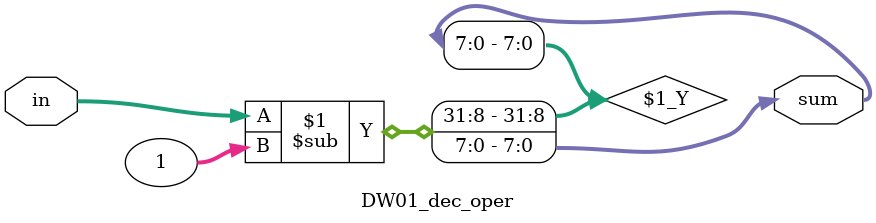
<source format=v>
module DW01_dec_oper(in,sum);
  parameter wordlength = 8;

  input [wordlength-1:0] in;
  output [wordlength-1:0] sum;
 
  assign  sum = in - 1;
endmodule

</source>
